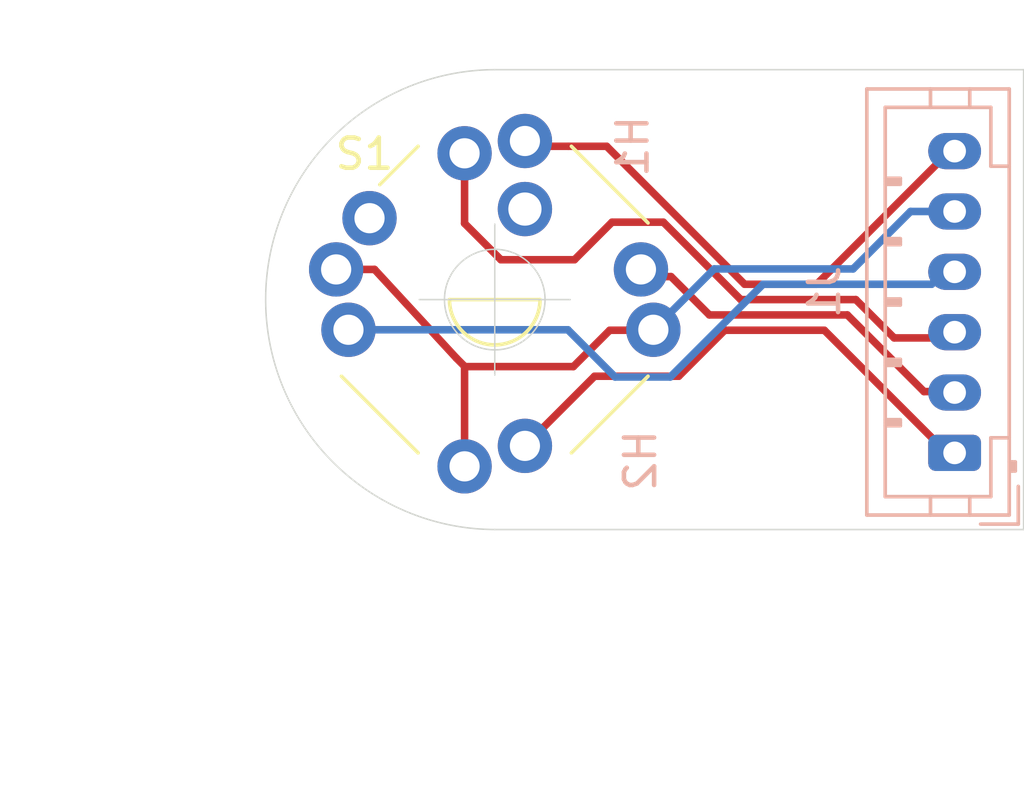
<source format=kicad_pcb>
(kicad_pcb (version 20171130) (host pcbnew "(5.1.6)-1")

  (general
    (thickness 1.6)
    (drawings 9)
    (tracks 46)
    (zones 0)
    (modules 4)
    (nets 7)
  )

  (page A4)
  (layers
    (0 F.Cu signal)
    (31 B.Cu signal)
    (32 B.Adhes user)
    (33 F.Adhes user)
    (34 B.Paste user)
    (35 F.Paste user)
    (36 B.SilkS user)
    (37 F.SilkS user)
    (38 B.Mask user)
    (39 F.Mask user)
    (40 Dwgs.User user)
    (41 Cmts.User user)
    (42 Eco1.User user)
    (43 Eco2.User user)
    (44 Edge.Cuts user)
    (45 Margin user)
    (46 B.CrtYd user)
    (47 F.CrtYd user)
    (48 B.Fab user)
    (49 F.Fab user)
  )

  (setup
    (last_trace_width 0.25)
    (trace_clearance 0.2)
    (zone_clearance 0.508)
    (zone_45_only no)
    (trace_min 0.2)
    (via_size 0.8)
    (via_drill 0.4)
    (via_min_size 0.4)
    (via_min_drill 0.3)
    (uvia_size 0.3)
    (uvia_drill 0.1)
    (uvias_allowed no)
    (uvia_min_size 0.2)
    (uvia_min_drill 0.1)
    (edge_width 0.05)
    (segment_width 0.2)
    (pcb_text_width 0.3)
    (pcb_text_size 1.5 1.5)
    (mod_edge_width 0.12)
    (mod_text_size 1 1)
    (mod_text_width 0.15)
    (pad_size 1.524 1.524)
    (pad_drill 0.762)
    (pad_to_mask_clearance 0.05)
    (aux_axis_origin 117.840999 101.940999)
    (grid_origin 117.840999 101.940999)
    (visible_elements 7FFFFFFF)
    (pcbplotparams
      (layerselection 0x010fc_ffffffff)
      (usegerberextensions false)
      (usegerberattributes true)
      (usegerberadvancedattributes true)
      (creategerberjobfile true)
      (excludeedgelayer true)
      (linewidth 0.100000)
      (plotframeref false)
      (viasonmask false)
      (mode 1)
      (useauxorigin false)
      (hpglpennumber 1)
      (hpglpenspeed 20)
      (hpglpendiameter 15.000000)
      (psnegative false)
      (psa4output false)
      (plotreference true)
      (plotvalue true)
      (plotinvisibletext false)
      (padsonsilk false)
      (subtractmaskfromsilk false)
      (outputformat 1)
      (mirror false)
      (drillshape 1)
      (scaleselection 1)
      (outputdirectory ""))
  )

  (net 0 "")
  (net 1 "Net-(J1-Pad6)")
  (net 2 "Net-(J1-Pad5)")
  (net 3 "Net-(J1-Pad2)")
  (net 4 "Net-(J1-Pad3)")
  (net 5 "Net-(J1-Pad4)")
  (net 6 "Net-(J1-Pad1)")

  (net_class Default "This is the default net class."
    (clearance 0.2)
    (trace_width 0.25)
    (via_dia 0.8)
    (via_drill 0.4)
    (uvia_dia 0.3)
    (uvia_drill 0.1)
    (add_net "Net-(J1-Pad1)")
    (add_net "Net-(J1-Pad2)")
    (add_net "Net-(J1-Pad3)")
    (add_net "Net-(J1-Pad4)")
    (add_net "Net-(J1-Pad5)")
    (add_net "Net-(J1-Pad6)")
  )

  (module Connector_JST:JST_PH_B6B-PH-K_1x06_P2.00mm_Vertical (layer B.Cu) (tedit 5B7745C2) (tstamp 5ED11DDE)
    (at 133.080999 107.020999 90)
    (descr "JST PH series connector, B6B-PH-K (http://www.jst-mfg.com/product/pdf/eng/ePH.pdf), generated with kicad-footprint-generator")
    (tags "connector JST PH side entry")
    (path /5ED20ED0)
    (fp_text reference J1 (at 5.334 -4.318 90) (layer B.SilkS)
      (effects (font (size 1 1) (thickness 0.15)) (justify mirror))
    )
    (fp_text value Conn_01x06 (at 5 -4 90) (layer B.Fab)
      (effects (font (size 1 1) (thickness 0.15)) (justify mirror))
    )
    (fp_text user %R (at 5 -1.5 90) (layer B.Fab)
      (effects (font (size 1 1) (thickness 0.15)) (justify mirror))
    )
    (fp_line (start -2.06 1.81) (end -2.06 -2.91) (layer B.SilkS) (width 0.12))
    (fp_line (start -2.06 -2.91) (end 12.06 -2.91) (layer B.SilkS) (width 0.12))
    (fp_line (start 12.06 -2.91) (end 12.06 1.81) (layer B.SilkS) (width 0.12))
    (fp_line (start 12.06 1.81) (end -2.06 1.81) (layer B.SilkS) (width 0.12))
    (fp_line (start -0.3 1.81) (end -0.3 2.01) (layer B.SilkS) (width 0.12))
    (fp_line (start -0.3 2.01) (end -0.6 2.01) (layer B.SilkS) (width 0.12))
    (fp_line (start -0.6 2.01) (end -0.6 1.81) (layer B.SilkS) (width 0.12))
    (fp_line (start -0.3 1.91) (end -0.6 1.91) (layer B.SilkS) (width 0.12))
    (fp_line (start 0.5 1.81) (end 0.5 1.2) (layer B.SilkS) (width 0.12))
    (fp_line (start 0.5 1.2) (end -1.45 1.2) (layer B.SilkS) (width 0.12))
    (fp_line (start -1.45 1.2) (end -1.45 -2.3) (layer B.SilkS) (width 0.12))
    (fp_line (start -1.45 -2.3) (end 11.45 -2.3) (layer B.SilkS) (width 0.12))
    (fp_line (start 11.45 -2.3) (end 11.45 1.2) (layer B.SilkS) (width 0.12))
    (fp_line (start 11.45 1.2) (end 9.5 1.2) (layer B.SilkS) (width 0.12))
    (fp_line (start 9.5 1.2) (end 9.5 1.81) (layer B.SilkS) (width 0.12))
    (fp_line (start -2.06 0.5) (end -1.45 0.5) (layer B.SilkS) (width 0.12))
    (fp_line (start -2.06 -0.8) (end -1.45 -0.8) (layer B.SilkS) (width 0.12))
    (fp_line (start 12.06 0.5) (end 11.45 0.5) (layer B.SilkS) (width 0.12))
    (fp_line (start 12.06 -0.8) (end 11.45 -0.8) (layer B.SilkS) (width 0.12))
    (fp_line (start 0.9 -2.3) (end 0.9 -1.8) (layer B.SilkS) (width 0.12))
    (fp_line (start 0.9 -1.8) (end 1.1 -1.8) (layer B.SilkS) (width 0.12))
    (fp_line (start 1.1 -1.8) (end 1.1 -2.3) (layer B.SilkS) (width 0.12))
    (fp_line (start 1 -2.3) (end 1 -1.8) (layer B.SilkS) (width 0.12))
    (fp_line (start 2.9 -2.3) (end 2.9 -1.8) (layer B.SilkS) (width 0.12))
    (fp_line (start 2.9 -1.8) (end 3.1 -1.8) (layer B.SilkS) (width 0.12))
    (fp_line (start 3.1 -1.8) (end 3.1 -2.3) (layer B.SilkS) (width 0.12))
    (fp_line (start 3 -2.3) (end 3 -1.8) (layer B.SilkS) (width 0.12))
    (fp_line (start 4.9 -2.3) (end 4.9 -1.8) (layer B.SilkS) (width 0.12))
    (fp_line (start 4.9 -1.8) (end 5.1 -1.8) (layer B.SilkS) (width 0.12))
    (fp_line (start 5.1 -1.8) (end 5.1 -2.3) (layer B.SilkS) (width 0.12))
    (fp_line (start 5 -2.3) (end 5 -1.8) (layer B.SilkS) (width 0.12))
    (fp_line (start 6.9 -2.3) (end 6.9 -1.8) (layer B.SilkS) (width 0.12))
    (fp_line (start 6.9 -1.8) (end 7.1 -1.8) (layer B.SilkS) (width 0.12))
    (fp_line (start 7.1 -1.8) (end 7.1 -2.3) (layer B.SilkS) (width 0.12))
    (fp_line (start 7 -2.3) (end 7 -1.8) (layer B.SilkS) (width 0.12))
    (fp_line (start 8.9 -2.3) (end 8.9 -1.8) (layer B.SilkS) (width 0.12))
    (fp_line (start 8.9 -1.8) (end 9.1 -1.8) (layer B.SilkS) (width 0.12))
    (fp_line (start 9.1 -1.8) (end 9.1 -2.3) (layer B.SilkS) (width 0.12))
    (fp_line (start 9 -2.3) (end 9 -1.8) (layer B.SilkS) (width 0.12))
    (fp_line (start -1.11 2.11) (end -2.36 2.11) (layer B.SilkS) (width 0.12))
    (fp_line (start -2.36 2.11) (end -2.36 0.86) (layer B.SilkS) (width 0.12))
    (fp_line (start -1.11 2.11) (end -2.36 2.11) (layer B.Fab) (width 0.1))
    (fp_line (start -2.36 2.11) (end -2.36 0.86) (layer B.Fab) (width 0.1))
    (fp_line (start -1.95 1.7) (end -1.95 -2.8) (layer B.Fab) (width 0.1))
    (fp_line (start -1.95 -2.8) (end 11.95 -2.8) (layer B.Fab) (width 0.1))
    (fp_line (start 11.95 -2.8) (end 11.95 1.7) (layer B.Fab) (width 0.1))
    (fp_line (start 11.95 1.7) (end -1.95 1.7) (layer B.Fab) (width 0.1))
    (fp_line (start -2.45 2.2) (end -2.45 -3.3) (layer B.CrtYd) (width 0.05))
    (fp_line (start -2.45 -3.3) (end 12.45 -3.3) (layer B.CrtYd) (width 0.05))
    (fp_line (start 12.45 -3.3) (end 12.45 2.2) (layer B.CrtYd) (width 0.05))
    (fp_line (start 12.45 2.2) (end -2.45 2.2) (layer B.CrtYd) (width 0.05))
    (pad 6 thru_hole oval (at 10 0 90) (size 1.2 1.75) (drill 0.75) (layers *.Cu *.Mask)
      (net 1 "Net-(J1-Pad6)"))
    (pad 5 thru_hole oval (at 8 0 90) (size 1.2 1.75) (drill 0.75) (layers *.Cu *.Mask)
      (net 2 "Net-(J1-Pad5)"))
    (pad 4 thru_hole oval (at 6 0 90) (size 1.2 1.75) (drill 0.75) (layers *.Cu *.Mask)
      (net 5 "Net-(J1-Pad4)"))
    (pad 3 thru_hole oval (at 4 0 90) (size 1.2 1.75) (drill 0.75) (layers *.Cu *.Mask)
      (net 4 "Net-(J1-Pad3)"))
    (pad 2 thru_hole oval (at 2 0 90) (size 1.2 1.75) (drill 0.75) (layers *.Cu *.Mask)
      (net 3 "Net-(J1-Pad2)"))
    (pad 1 thru_hole roundrect (at 0 0 90) (size 1.2 1.75) (drill 0.75) (layers *.Cu *.Mask) (roundrect_rratio 0.208333)
      (net 6 "Net-(J1-Pad1)"))
    (model ${KISYS3DMOD}/Connector_JST.3dshapes/JST_PH_B6B-PH-K_1x06_P2.00mm_Vertical.wrl
      (at (xyz 0 0 0))
      (scale (xyz 1 1 1))
      (rotate (xyz 0 0 0))
    )
  )

  (module KiCAD_Libraries:RKJXM10 (layer F.Cu) (tedit 5ED0A0BD) (tstamp 5ED122B7)
    (at 117.840999 101.940999)
    (path /5ED2015F)
    (fp_text reference S1 (at -4.318 -4.826) (layer F.SilkS)
      (effects (font (size 1 1) (thickness 0.15)))
    )
    (fp_text value 8WayHat_CenterPush (at 8.89 -9.398) (layer F.Fab) hide
      (effects (font (size 1 1) (thickness 0.15)))
    )
    (fp_line (start 1.5 0) (end -1.5 0) (layer F.SilkS) (width 0.12))
    (fp_line (start -5.08 2.54) (end -2.54 5.08) (layer F.SilkS) (width 0.12))
    (fp_line (start 2.54 5.08) (end 5.08 2.54) (layer F.SilkS) (width 0.12))
    (fp_line (start 5.08 -2.54) (end 2.54 -5.08) (layer F.SilkS) (width 0.12))
    (fp_line (start -2.54 -5.08) (end -3.81 -3.81) (layer F.SilkS) (width 0.12))
    (fp_arc (start 0 0) (end -1.5 0) (angle -180) (layer F.SilkS) (width 0.12))
    (pad COM thru_hole circle (at 1 -5.256) (size 1.8 1.8) (drill 1) (layers *.Cu *.Mask)
      (net 1 "Net-(J1-Pad6)"))
    (pad PUSH3 thru_hole circle (at 5.256 1) (size 1.8 1.8) (drill 1) (layers *.Cu *.Mask)
      (net 2 "Net-(J1-Pad5)"))
    (pad B thru_hole circle (at 4.845 -1) (size 1.8 1.8) (drill 1) (layers *.Cu *.Mask)
      (net 3 "Net-(J1-Pad2)"))
    (pad "" np_thru_hole circle (at 1 -3) (size 1.8 1.8) (drill 1.1) (layers *.Cu *.Mask))
    (pad C thru_hole circle (at -1 -4.848) (size 1.8 1.8) (drill 1) (layers *.Cu *.Mask)
      (net 4 "Net-(J1-Pad3)"))
    (pad GND thru_hole circle (at -4.15 -2.698) (size 1.8 1.8) (drill 1) (layers *.Cu *.Mask))
    (pad PUSH1 thru_hole circle (at -5.256 -1) (size 1.8 1.8) (drill 1) (layers *.Cu *.Mask)
      (net 2 "Net-(J1-Pad5)"))
    (pad D thru_hole circle (at -4.848 1) (size 1.8 1.8) (drill 1) (layers *.Cu *.Mask)
      (net 5 "Net-(J1-Pad4)"))
    (pad PUSH2 thru_hole circle (at -1 5.526) (size 1.8 1.8) (drill 1) (layers *.Cu *.Mask)
      (net 2 "Net-(J1-Pad5)"))
    (pad A thru_hole circle (at 1 4.848) (size 1.8 1.8) (drill 1) (layers *.Cu *.Mask)
      (net 6 "Net-(J1-Pad1)"))
    (model C:/Users/irvin/Downloads/rkjxm1015004/RKJXM1015004/RKJXM1015004.STEP
      (at (xyz 0 0 0))
      (scale (xyz 1 1 1))
      (rotate (xyz 0 180 0))
    )
  )

  (module MountingHole:MountingHole_3mm (layer B.Cu) (tedit 56D1B4CB) (tstamp 5ED11D0D)
    (at 126.730999 107.020999)
    (descr "Mounting Hole 3mm, no annular")
    (tags "mounting hole 3mm no annular")
    (path /5ED237D8)
    (attr virtual)
    (fp_text reference H2 (at -4.064 0.254 90) (layer B.SilkS)
      (effects (font (size 1 1) (thickness 0.15)) (justify mirror))
    )
    (fp_text value MountingHole (at 0 -4) (layer B.Fab)
      (effects (font (size 1 1) (thickness 0.15)) (justify mirror))
    )
    (fp_circle (center 0 0) (end 3 0) (layer Cmts.User) (width 0.15))
    (fp_circle (center 0 0) (end 3.25 0) (layer B.CrtYd) (width 0.05))
    (fp_text user %R (at 0.3 0) (layer B.Fab)
      (effects (font (size 1 1) (thickness 0.15)) (justify mirror))
    )
    (pad 1 np_thru_hole circle (at 0 0) (size 3 3) (drill 3) (layers *.Cu *.Mask))
  )

  (module MountingHole:MountingHole_3mm locked (layer B.Cu) (tedit 56D1B4CB) (tstamp 5ED1258B)
    (at 126.730999 96.860999)
    (descr "Mounting Hole 3mm, no annular")
    (tags "mounting hole 3mm no annular")
    (path /5ED22FF4)
    (attr virtual)
    (fp_text reference H1 (at -4.318 0 90) (layer B.SilkS)
      (effects (font (size 1 1) (thickness 0.15)) (justify mirror))
    )
    (fp_text value MountingHole (at 0 -4) (layer B.Fab)
      (effects (font (size 1 1) (thickness 0.15)) (justify mirror))
    )
    (fp_circle (center 0 0) (end 3 0) (layer Cmts.User) (width 0.15))
    (fp_circle (center 0 0) (end 3.25 0) (layer B.CrtYd) (width 0.05))
    (fp_text user %R (at 0.3 0) (layer B.Fab)
      (effects (font (size 1 1) (thickness 0.15)) (justify mirror))
    )
    (pad 1 np_thru_hole circle (at 0 0) (size 3 3) (drill 3) (layers *.Cu *.Mask))
  )

  (dimension 7.62 (width 0.15) (layer Dwgs.User)
    (gr_text "7.620 mm" (at 114.030999 113.654999) (layer Dwgs.User)
      (effects (font (size 1 1) (thickness 0.15)))
    )
    (feature1 (pts (xy 117.840999 101.940999) (xy 117.840999 112.94142)))
    (feature2 (pts (xy 110.220999 101.940999) (xy 110.220999 112.94142)))
    (crossbar (pts (xy 110.220999 112.354999) (xy 117.840999 112.354999)))
    (arrow1a (pts (xy 117.840999 112.354999) (xy 116.714495 112.94142)))
    (arrow1b (pts (xy 117.840999 112.354999) (xy 116.714495 111.768578)))
    (arrow2a (pts (xy 110.220999 112.354999) (xy 111.347503 112.94142)))
    (arrow2b (pts (xy 110.220999 112.354999) (xy 111.347503 111.768578)))
  )
  (gr_line (start 110.220999 101.940999) (end 110.220999 109.560999) (layer Dwgs.User) (width 0.15))
  (dimension 25.060162 (width 0.15) (layer Dwgs.User)
    (gr_text "25.060 mm" (at 122.784907 118.957435 0.2057700713) (layer Dwgs.User) (tstamp 5ED4B40C)
      (effects (font (size 1 1) (thickness 0.15)))
    )
    (feature1 (pts (xy 135.280999 109.470999) (xy 135.312344 118.19886)))
    (feature2 (pts (xy 110.220999 109.560999) (xy 110.252344 118.28886)))
    (crossbar (pts (xy 110.250238 117.702443) (xy 135.310238 117.612443)))
    (arrow1a (pts (xy 135.310238 117.612443) (xy 134.185848 118.202906)))
    (arrow1b (pts (xy 135.310238 117.612443) (xy 134.181635 117.030072)))
    (arrow2a (pts (xy 110.250238 117.702443) (xy 111.378841 118.284814)))
    (arrow2b (pts (xy 110.250238 117.702443) (xy 111.374628 117.11198)))
  )
  (gr_line (start 135.366999 94.320999) (end 135.366999 109.560999) (layer Edge.Cuts) (width 0.05))
  (gr_line (start 117.840999 94.320999) (end 135.366999 94.320999) (layer Edge.Cuts) (width 0.05))
  (dimension 15.24 (width 0.15) (layer Dwgs.User)
    (gr_text "15.240 mm" (at 105.110999 101.940999 90) (layer Dwgs.User)
      (effects (font (size 1 1) (thickness 0.15)))
    )
    (feature1 (pts (xy 117.840999 94.320999) (xy 105.824578 94.320999)))
    (feature2 (pts (xy 117.840999 109.560999) (xy 105.824578 109.560999)))
    (crossbar (pts (xy 106.410999 109.560999) (xy 106.410999 94.320999)))
    (arrow1a (pts (xy 106.410999 94.320999) (xy 106.99742 95.447503)))
    (arrow1b (pts (xy 106.410999 94.320999) (xy 105.824578 95.447503)))
    (arrow2a (pts (xy 106.410999 109.560999) (xy 106.99742 108.434495)))
    (arrow2b (pts (xy 106.410999 109.560999) (xy 105.824578 108.434495)))
  )
  (gr_line (start 117.840999 109.560999) (end 135.366999 109.560999) (layer Edge.Cuts) (width 0.05))
  (gr_arc (start 117.840999 101.940999) (end 117.840999 94.320999) (angle -180) (layer Edge.Cuts) (width 0.05))
  (target plus (at 117.840999 101.940999) (size 5) (width 0.05) (layer Edge.Cuts))

  (segment (start 120.279399 96.860999) (end 118.856999 96.860999) (width 0.25) (layer F.Cu) (net 1))
  (segment (start 121.549399 96.860999) (end 120.279399 96.860999) (width 0.25) (layer F.Cu) (net 1))
  (segment (start 126.121399 101.432999) (end 121.549399 96.860999) (width 0.25) (layer F.Cu) (net 1))
  (segment (start 133.080999 96.860999) (end 128.508999 101.432999) (width 0.25) (layer F.Cu) (net 1))
  (segment (start 128.508999 101.432999) (end 126.121399 101.432999) (width 0.25) (layer F.Cu) (net 1))
  (segment (start 123.096999 102.940999) (end 122.244599 102.940999) (width 0.25) (layer F.Cu) (net 2))
  (segment (start 113.857791 100.940999) (end 116.570999 103.881999) (width 0.25) (layer F.Cu) (net 2))
  (segment (start 112.584999 100.940999) (end 113.857791 100.940999) (width 0.25) (layer F.Cu) (net 2))
  (segment (start 116.570999 103.881999) (end 116.850399 104.161399) (width 0.25) (layer F.Cu) (net 2))
  (segment (start 116.840999 107.466999) (end 116.840999 104.170799) (width 0.25) (layer F.Cu) (net 2))
  (segment (start 116.840999 104.170799) (end 116.850399 104.161399) (width 0.25) (layer F.Cu) (net 2))
  (segment (start 121.650999 102.956999) (end 123.073399 102.956999) (width 0.25) (layer F.Cu) (net 2))
  (segment (start 116.850399 104.161399) (end 120.446599 104.161399) (width 0.25) (layer F.Cu) (net 2))
  (segment (start 120.446599 104.161399) (end 121.650999 102.956999) (width 0.25) (layer F.Cu) (net 2))
  (segment (start 129.715999 100.924999) (end 131.619999 99.020999) (width 0.25) (layer B.Cu) (net 2))
  (segment (start 131.619999 99.020999) (end 133.080999 99.020999) (width 0.25) (layer B.Cu) (net 2))
  (segment (start 123.096999 102.940999) (end 125.112999 100.924999) (width 0.25) (layer B.Cu) (net 2))
  (segment (start 125.112999 100.924999) (end 129.715999 100.924999) (width 0.25) (layer B.Cu) (net 2))
  (segment (start 132.064999 104.988999) (end 133.080999 104.988999) (width 0.25) (layer F.Cu) (net 3))
  (segment (start 122.923999 101.178999) (end 123.682999 101.178999) (width 0.25) (layer F.Cu) (net 3))
  (segment (start 124.952999 102.448999) (end 129.524999 102.448999) (width 0.25) (layer F.Cu) (net 3))
  (segment (start 122.685999 100.940999) (end 122.923999 101.178999) (width 0.25) (layer F.Cu) (net 3))
  (segment (start 129.524999 102.448999) (end 132.064999 104.988999) (width 0.25) (layer F.Cu) (net 3))
  (segment (start 123.682999 101.178999) (end 124.952999 102.448999) (width 0.25) (layer F.Cu) (net 3))
  (segment (start 129.805809 101.940999) (end 131.075809 103.210999) (width 0.25) (layer F.Cu) (net 4))
  (segment (start 123.427589 99.375599) (end 125.992989 101.940999) (width 0.25) (layer F.Cu) (net 4))
  (segment (start 131.075809 103.210999) (end 133.055599 103.210999) (width 0.25) (layer F.Cu) (net 4))
  (segment (start 116.840999 99.416999) (end 118.044199 100.620199) (width 0.25) (layer F.Cu) (net 4))
  (segment (start 116.840999 97.092999) (end 116.840999 99.416999) (width 0.25) (layer F.Cu) (net 4))
  (segment (start 120.482599 100.620199) (end 121.727199 99.375599) (width 0.25) (layer F.Cu) (net 4))
  (segment (start 118.044199 100.620199) (end 120.482599 100.620199) (width 0.25) (layer F.Cu) (net 4))
  (segment (start 125.992989 101.940999) (end 129.805809 101.940999) (width 0.25) (layer F.Cu) (net 4))
  (segment (start 121.727199 99.375599) (end 123.427589 99.375599) (width 0.25) (layer F.Cu) (net 4))
  (segment (start 132.318999 101.432999) (end 133.055599 100.696399) (width 0.25) (layer B.Cu) (net 5))
  (segment (start 126.730999 101.432999) (end 132.318999 101.432999) (width 0.25) (layer B.Cu) (net 5))
  (segment (start 133.055599 100.696399) (end 133.055599 100.670999) (width 0.25) (layer B.Cu) (net 5))
  (segment (start 112.992999 102.940999) (end 120.263399 102.940999) (width 0.25) (layer B.Cu) (net 5))
  (segment (start 121.828799 104.506399) (end 123.657599 104.506399) (width 0.25) (layer B.Cu) (net 5))
  (segment (start 120.263399 102.940999) (end 121.828799 104.506399) (width 0.25) (layer B.Cu) (net 5))
  (segment (start 123.657599 104.506399) (end 126.730999 101.432999) (width 0.25) (layer B.Cu) (net 5))
  (segment (start 118.840999 106.788999) (end 121.148999 104.480999) (width 0.25) (layer F.Cu) (net 6))
  (segment (start 121.148999 104.480999) (end 123.936999 104.480999) (width 0.25) (layer F.Cu) (net 6))
  (segment (start 123.936999 104.480999) (end 125.460999 102.956999) (width 0.25) (layer F.Cu) (net 6))
  (segment (start 125.460999 102.956999) (end 128.762999 102.956999) (width 0.25) (layer F.Cu) (net 6))
  (segment (start 128.762999 102.956999) (end 132.826999 107.020999) (width 0.25) (layer F.Cu) (net 6))
  (segment (start 132.826999 107.020999) (end 133.080999 107.020999) (width 0.25) (layer F.Cu) (net 6))

)

</source>
